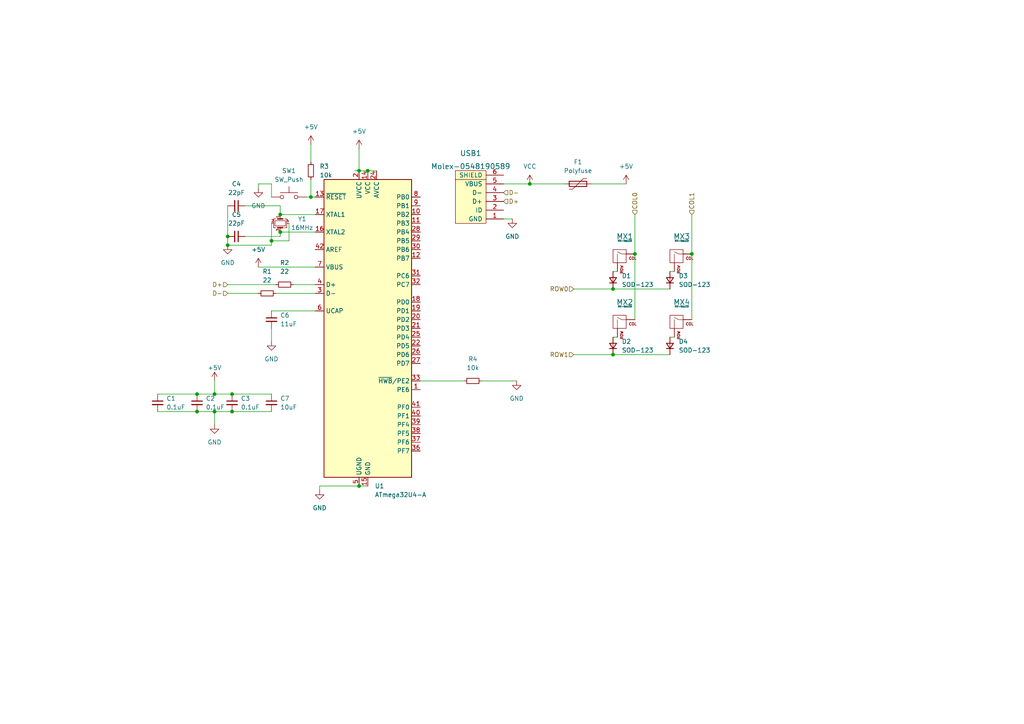
<source format=kicad_sch>
(kicad_sch (version 20211123) (generator eeschema)
  (paper "A4")
  (lib_symbols
    (symbol "Device:C_Small" (pin_numbers hide) (pin_names (offset 0.254) hide)
      (property "Reference" "C" (at 0.254 1.778 0))
      (property "Value" "C_Small" (at 0.254 -2.032 0))
      (symbol "C_Small_0_1"
        (polyline (pts (xy -1.524 -0.508) (xy 1.524 -0.508)) (stroke (width 0.3302)))
        (polyline (pts (xy -1.524 0.508) (xy 1.524 0.508)) (stroke (width 0.3048)))
      )
      (symbol "C_Small_1_1"
        (pin passive line (at 0 2.54 270) (length 2.032) (name "~") (number "1"))
        (pin passive line (at 0 -2.54 90) (length 2.032) (name "~") (number "2"))
      )
    )
    (symbol "Device:Crystal_GND24_Small" (pin_names (offset 1.016) hide)
      (property "Reference" "Y" (at 1.27 4.445 0))
      (property "Value" "Crystal_GND24_Small" (at 1.27 2.54 0))
      (symbol "Crystal_GND24_Small_0_1"
        (rectangle (start -0.762 -1.524) (end 0.762 1.524))
        (polyline (pts (xy -1.27 -0.762) (xy -1.27 0.762)) (stroke (width 0.381)))
        (polyline (pts (xy 1.27 -0.762) (xy 1.27 0.762)) (stroke (width 0.381)))
        (polyline (pts (xy -1.27 -1.27) (xy -1.27 -1.905) (xy 1.27 -1.905) (xy 1.27 -1.27)))
        (polyline (pts (xy -1.27 1.27) (xy -1.27 1.905) (xy 1.27 1.905) (xy 1.27 1.27)))
      )
      (symbol "Crystal_GND24_Small_1_1"
        (pin passive line (at -2.54 0 0) (length 1.27) (name "1") (number "1"))
        (pin passive line (at 0 -2.54 90) (length 0.635) (name "2") (number "2"))
        (pin passive line (at 2.54 0 180) (length 1.27) (name "3") (number "3"))
        (pin passive line (at 0 2.54 270) (length 0.635) (name "4") (number "4"))
      )
    )
    (symbol "Device:D_Small" (pin_numbers hide) (pin_names (offset 0.254) hide)
      (property "Reference" "D" (at -1.27 2.032 0))
      (property "Value" "D_Small" (at -3.81 -2.032 0))
      (symbol "D_Small_0_1"
        (polyline (pts (xy -0.762 -1.016) (xy -0.762 1.016)) (stroke (width 0.254)))
        (polyline (pts (xy -0.762 0) (xy 0.762 0)))
        (polyline (pts (xy 0.762 -1.016) (xy -0.762 0) (xy 0.762 1.016) (xy 0.762 -1.016)) (stroke (width 0.254)))
      )
      (symbol "D_Small_1_1"
        (pin passive line (at -2.54 0 0) (length 1.778) (name "K") (number "1"))
        (pin passive line (at 2.54 0 180) (length 1.778) (name "A") (number "2"))
      )
    )
    (symbol "Device:Polyfuse" (pin_numbers hide) (pin_names (offset 0))
      (property "Reference" "F" (at -2.54 0 90))
      (property "Value" "Polyfuse" (at 2.54 0 90))
      (symbol "Polyfuse_0_1"
        (rectangle (start -0.762 2.54) (end 0.762 -2.54) (stroke (width 0.254)))
        (polyline (pts (xy 0 2.54) (xy 0 -2.54)))
        (polyline (pts (xy -1.524 2.54) (xy -1.524 1.524) (xy 1.524 -1.524) (xy 1.524 -2.54)))
      )
      (symbol "Polyfuse_1_1"
        (pin passive line (at 0 3.81 270) (length 1.27) (name "~") (number "1"))
        (pin passive line (at 0 -3.81 90) (length 1.27) (name "~") (number "2"))
      )
    )
    (symbol "Device:R_Small" (pin_numbers hide) (pin_names (offset 0.254) hide)
      (property "Reference" "R" (at 0.762 0.508 0))
      (property "Value" "R_Small" (at 0.762 -1.016 0))
      (symbol "R_Small_0_1"
        (rectangle (start -0.762 1.778) (end 0.762 -1.778) (stroke (width 0.2032)))
      )
      (symbol "R_Small_1_1"
        (pin passive line (at 0 2.54 270) (length 0.762) (name "~") (number "1"))
        (pin passive line (at 0 -2.54 90) (length 0.762) (name "~") (number "2"))
      )
    )
    (symbol "MCU_Microchip_ATmega:ATmega32U4-A"
      (property "Reference" "U" (at -12.7 44.45 0))
      (property "Value" "ATmega32U4-A" (at 2.54 -44.45 0))
      (symbol "ATmega32U4-A_0_1"
        (rectangle (start -12.7 -43.18) (end 12.7 43.18) (stroke (width 0.254)) (fill (type background)))
      )
      (symbol "ATmega32U4-A_1_1"
        (pin bidirectional line (at 15.24 -17.78 180) (length 2.54) (name "PE6") (number "1"))
        (pin bidirectional line (at 15.24 33.02 180) (length 2.54) (name "PB2") (number "10"))
        (pin bidirectional line (at 15.24 30.48 180) (length 2.54) (name "PB3") (number "11"))
        (pin bidirectional line (at 15.24 20.32 180) (length 2.54) (name "PB7") (number "12"))
        (pin input line (at -15.24 38.1 0) (length 2.54) (name "~{RESET}") (number "13"))
        (pin power_in line (at 0 45.72 270) (length 2.54) (name "VCC") (number "14"))
        (pin power_in line (at 0 -45.72 90) (length 2.54) (name "GND") (number "15"))
        (pin output line (at -15.24 27.94 0) (length 2.54) (name "XTAL2") (number "16"))
        (pin input line (at -15.24 33.02 0) (length 2.54) (name "XTAL1") (number "17"))
        (pin bidirectional line (at 15.24 7.62 180) (length 2.54) (name "PD0") (number "18"))
        (pin bidirectional line (at 15.24 5.08 180) (length 2.54) (name "PD1") (number "19"))
        (pin power_in line (at -2.54 45.72 270) (length 2.54) (name "UVCC") (number "2"))
        (pin bidirectional line (at 15.24 2.54 180) (length 2.54) (name "PD2") (number "20"))
        (pin bidirectional line (at 15.24 0 180) (length 2.54) (name "PD3") (number "21"))
        (pin bidirectional line (at 15.24 -5.08 180) (length 2.54) (name "PD5") (number "22"))
        (pin passive line (at 0 -45.72 90) (length 2.54) hide (name "GND") (number "23"))
        (pin power_in line (at 2.54 45.72 270) (length 2.54) (name "AVCC") (number "24"))
        (pin bidirectional line (at 15.24 -2.54 180) (length 2.54) (name "PD4") (number "25"))
        (pin bidirectional line (at 15.24 -7.62 180) (length 2.54) (name "PD6") (number "26"))
        (pin bidirectional line (at 15.24 -10.16 180) (length 2.54) (name "PD7") (number "27"))
        (pin bidirectional line (at 15.24 27.94 180) (length 2.54) (name "PB4") (number "28"))
        (pin bidirectional line (at 15.24 25.4 180) (length 2.54) (name "PB5") (number "29"))
        (pin bidirectional line (at -15.24 10.16 0) (length 2.54) (name "D-") (number "3"))
        (pin bidirectional line (at 15.24 22.86 180) (length 2.54) (name "PB6") (number "30"))
        (pin bidirectional line (at 15.24 15.24 180) (length 2.54) (name "PC6") (number "31"))
        (pin bidirectional line (at 15.24 12.7 180) (length 2.54) (name "PC7") (number "32"))
        (pin bidirectional line (at 15.24 -15.24 180) (length 2.54) (name "~{HWB}/PE2") (number "33"))
        (pin passive line (at 0 45.72 270) (length 2.54) hide (name "VCC") (number "34"))
        (pin passive line (at 0 -45.72 90) (length 2.54) hide (name "GND") (number "35"))
        (pin bidirectional line (at 15.24 -35.56 180) (length 2.54) (name "PF7") (number "36"))
        (pin bidirectional line (at 15.24 -33.02 180) (length 2.54) (name "PF6") (number "37"))
        (pin bidirectional line (at 15.24 -30.48 180) (length 2.54) (name "PF5") (number "38"))
        (pin bidirectional line (at 15.24 -27.94 180) (length 2.54) (name "PF4") (number "39"))
        (pin bidirectional line (at -15.24 12.7 0) (length 2.54) (name "D+") (number "4"))
        (pin bidirectional line (at 15.24 -25.4 180) (length 2.54) (name "PF1") (number "40"))
        (pin bidirectional line (at 15.24 -22.86 180) (length 2.54) (name "PF0") (number "41"))
        (pin passive line (at -15.24 22.86 0) (length 2.54) (name "AREF") (number "42"))
        (pin passive line (at 0 -45.72 90) (length 2.54) hide (name "GND") (number "43"))
        (pin passive line (at 2.54 45.72 270) (length 2.54) hide (name "AVCC") (number "44"))
        (pin passive line (at -2.54 -45.72 90) (length 2.54) (name "UGND") (number "5"))
        (pin passive line (at -15.24 5.08 0) (length 2.54) (name "UCAP") (number "6"))
        (pin input line (at -15.24 17.78 0) (length 2.54) (name "VBUS") (number "7"))
        (pin bidirectional line (at 15.24 38.1 180) (length 2.54) (name "PB0") (number "8"))
        (pin bidirectional line (at 15.24 35.56 180) (length 2.54) (name "PB1") (number "9"))
      )
    )
    (symbol "MX_Alps_Hybrid:MX-NoLED" (pin_names (offset 1.016))
      (property "Reference" "MX" (at -0.635 3.81 0))
      (property "Value" "MX-NoLED" (at -0.635 1.27 0))
      (symbol "MX-NoLED_0_0"
        (rectangle (start -2.54 2.54) (end 1.27 -1.27))
        (polyline (pts (xy -1.27 -1.27) (xy -1.27 1.27)) (stroke (width 0.127)))
        (polyline (pts (xy 1.27 1.27) (xy 0 1.27) (xy -1.27 1.905)) (stroke (width 0.127)))
        (text "COL" (at 3.175 0 0) (effects (font (size 0.762 0.762))))
        (text "ROW" (at 0 -1.905 900) (effects (font (size 0.762 0.762)) (justify right)))
      )
      (symbol "MX-NoLED_1_1"
        (pin passive line (at 3.81 1.27 180) (length 2.54) (name "COL") (number "1"))
        (pin passive line (at -1.27 -3.81 90) (length 2.54) (name "ROW") (number "2"))
      )
    )
    (symbol "Switch:SW_Push" (pin_numbers hide) (pin_names (offset 1.016) hide)
      (property "Reference" "SW" (at 1.27 2.54 0))
      (property "Value" "SW_Push" (at 0 -1.524 0))
      (symbol "SW_Push_0_1"
        (circle (center -2.032 0) (radius 0.508))
        (polyline (pts (xy 0 1.27) (xy 0 3.048)))
        (polyline (pts (xy 2.54 1.27) (xy -2.54 1.27)))
        (circle (center 2.032 0) (radius 0.508))
        (pin passive line (at -5.08 0 0) (length 2.54) (name "1") (number "1"))
        (pin passive line (at 5.08 0 180) (length 2.54) (name "2") (number "2"))
      )
    )
    (symbol "power:+5V" (power) (pin_names (offset 0))
      (property "Value" "+5V" (at 0 3.556 0))
      (symbol "+5V_0_1"
        (polyline (pts (xy -0.762 1.27) (xy 0 2.54)))
        (polyline (pts (xy 0 0) (xy 0 2.54)))
        (polyline (pts (xy 0 2.54) (xy 0.762 1.27)))
      )
      (symbol "+5V_1_1"
        (pin power_in line (at 0 0 90) (length 0) hide (name "+5V") (number "1"))
      )
    )
    (symbol "power:GND" (power) (pin_names (offset 0))
      (property "Value" "GND" (at 0 -3.81 0))
      (symbol "GND_0_1"
        (polyline (pts (xy 0 0) (xy 0 -1.27) (xy 1.27 -1.27) (xy 0 -2.54) (xy -1.27 -1.27) (xy 0 -1.27)))
      )
      (symbol "GND_1_1"
        (pin power_in line (at 0 0 270) (length 0) hide (name "GND") (number "1"))
      )
    )
    (symbol "power:VCC" (power) (pin_names (offset 0))
      (property "Value" "VCC" (at 0 3.81 0))
      (symbol "VCC_0_1"
        (polyline (pts (xy -0.762 1.27) (xy 0 2.54)))
        (polyline (pts (xy 0 0) (xy 0 2.54)))
        (polyline (pts (xy 0 2.54) (xy 0.762 1.27)))
      )
      (symbol "VCC_1_1"
        (pin power_in line (at 0 0 90) (length 0) hide (name "VCC") (number "1"))
      )
    )
    (symbol "random-keyboard-parts:Molex-0548190589" (pin_names (offset 1.016))
      (property "Reference" "USB" (at 0 7.62 0))
      (property "Value" "Molex-0548190589" (at 0 10.16 0))
      (symbol "Molex-0548190589_0_0"
        (polyline (pts (xy 6.35 -2.54) (xy 6.35 6.35)))
        (rectangle (start 8.89 -2.54) (end -6.35 6.35) (fill (type background)))
      )
      (symbol "Molex-0548190589_1_1"
        (pin input line (at -5.08 -7.62 90) (length 5.08) (name "GND") (number "1"))
        (pin input line (at -2.54 -7.62 90) (length 5.08) (name "ID") (number "2"))
        (pin input line (at 0 -7.62 90) (length 5.08) (name "D+") (number "3"))
        (pin input line (at 2.54 -7.62 90) (length 5.08) (name "D-") (number "4"))
        (pin input line (at 5.08 -7.62 90) (length 5.08) (name "VBUS") (number "5"))
        (pin input line (at 7.62 -7.62 90) (length 5.08) (name "SHIELD") (number "6"))
      )
    )
  )
  (junction (at 81.28 62.23))
  (junction (at 81.28 67.31))
  (junction (at 184.15 73.66))
  (junction (at 104.14 49.53))
  (junction (at 62.23 119.38))
  (junction (at 62.23 114.3))
  (junction (at 67.31 119.38))
  (junction (at 57.15 119.38))
  (junction (at 177.8 83.82))
  (junction (at 66.04 68.58))
  (junction (at 106.68 49.53))
  (junction (at 67.31 114.3))
  (junction (at 104.14 140.97))
  (junction (at 78.74 69.85))
  (junction (at 200.66 73.66))
  (junction (at 57.15 114.3))
  (junction (at 66.04 71.12))
  (junction (at 90.17 57.15))
  (junction (at 153.67 53.34))
  (junction (at 177.8 102.87))
  (wire (pts (xy 104.14 43.18) (xy 104.14 49.53)))
  (wire (pts (xy 146.05 53.34) (xy 153.67 53.34)))
  (wire (pts (xy 106.68 49.53) (xy 109.22 49.53)))
  (wire (pts (xy 66.04 68.58) (xy 66.04 71.12)))
  (wire (pts (xy 194.31 78.74) (xy 195.58 78.74)))
  (wire (pts (xy 104.14 140.97) (xy 92.71 140.97)))
  (wire (pts (xy 45.72 119.38) (xy 57.15 119.38)))
  (wire (pts (xy 200.66 73.66) (xy 200.66 92.71)))
  (wire (pts (xy 171.45 53.34) (xy 181.61 53.34)))
  (wire (pts (xy 90.17 52.07) (xy 90.17 57.15)))
  (wire (pts (xy 83.82 64.77) (xy 83.82 69.85)))
  (wire (pts (xy 81.28 59.69) (xy 81.28 62.23)))
  (wire (pts (xy 177.8 97.79) (xy 179.07 97.79)))
  (wire (pts (xy 57.15 119.38) (xy 62.23 119.38)))
  (wire (pts (xy 66.04 59.69) (xy 66.04 68.58)))
  (wire (pts (xy 166.37 102.87) (xy 177.8 102.87)))
  (wire (pts (xy 102.87 49.53) (xy 104.14 49.53)))
  (wire (pts (xy 62.23 119.38) (xy 67.31 119.38)))
  (wire (pts (xy 78.74 64.77) (xy 78.74 69.85)))
  (wire (pts (xy 78.74 71.12) (xy 66.04 71.12)))
  (wire (pts (xy 81.28 68.58) (xy 81.28 67.31)))
  (wire (pts (xy 62.23 110.49) (xy 62.23 114.3)))
  (wire (pts (xy 194.31 97.79) (xy 195.58 97.79)))
  (wire (pts (xy 177.8 83.82) (xy 194.31 83.82)))
  (wire (pts (xy 200.66 62.23) (xy 200.66 73.66)))
  (wire (pts (xy 78.74 69.85) (xy 78.74 71.12)))
  (wire (pts (xy 67.31 119.38) (xy 78.74 119.38)))
  (wire (pts (xy 67.31 114.3) (xy 78.74 114.3)))
  (wire (pts (xy 92.71 140.97) (xy 92.71 142.24)))
  (wire (pts (xy 66.04 85.09) (xy 74.93 85.09)))
  (wire (pts (xy 78.74 53.34) (xy 74.93 53.34)))
  (wire (pts (xy 66.04 82.55) (xy 80.01 82.55)))
  (wire (pts (xy 78.74 90.17) (xy 91.44 90.17)))
  (wire (pts (xy 74.93 77.47) (xy 91.44 77.47)))
  (wire (pts (xy 184.15 62.23) (xy 184.15 73.66)))
  (wire (pts (xy 62.23 119.38) (xy 62.23 123.19)))
  (wire (pts (xy 139.7 110.49) (xy 149.86 110.49)))
  (wire (pts (xy 85.09 82.55) (xy 91.44 82.55)))
  (wire (pts (xy 104.14 140.97) (xy 106.68 140.97)))
  (wire (pts (xy 80.01 85.09) (xy 91.44 85.09)))
  (wire (pts (xy 121.92 110.49) (xy 134.62 110.49)))
  (wire (pts (xy 71.12 59.69) (xy 81.28 59.69)))
  (wire (pts (xy 78.74 95.25) (xy 78.74 99.06)))
  (wire (pts (xy 104.14 49.53) (xy 106.68 49.53)))
  (wire (pts (xy 83.82 69.85) (xy 78.74 69.85)))
  (wire (pts (xy 177.8 78.74) (xy 179.07 78.74)))
  (wire (pts (xy 146.05 63.5) (xy 148.59 63.5)))
  (wire (pts (xy 90.17 57.15) (xy 91.44 57.15)))
  (wire (pts (xy 74.93 53.34) (xy 74.93 54.61)))
  (wire (pts (xy 90.17 41.91) (xy 90.17 46.99)))
  (wire (pts (xy 45.72 114.3) (xy 57.15 114.3)))
  (wire (pts (xy 166.37 83.82) (xy 177.8 83.82)))
  (wire (pts (xy 81.28 62.23) (xy 91.44 62.23)))
  (wire (pts (xy 71.12 68.58) (xy 81.28 68.58)))
  (wire (pts (xy 81.28 67.31) (xy 91.44 67.31)))
  (wire (pts (xy 88.9 57.15) (xy 90.17 57.15)))
  (wire (pts (xy 57.15 114.3) (xy 62.23 114.3)))
  (wire (pts (xy 78.74 57.15) (xy 78.74 53.34)))
  (wire (pts (xy 153.67 53.34) (xy 163.83 53.34)))
  (wire (pts (xy 177.8 102.87) (xy 194.31 102.87)))
  (wire (pts (xy 184.15 73.66) (xy 184.15 92.71)))
  (wire (pts (xy 62.23 114.3) (xy 67.31 114.3)))
  (hierarchical_label "ROW0" (shape input) (at 166.37 83.82 180))
  (hierarchical_label "D+" (shape input) (at 146.05 58.42 0))
  (hierarchical_label "D-" (shape input) (at 146.05 55.88 0))
  (hierarchical_label "D+" (shape input) (at 66.04 82.55 180))
  (hierarchical_label "COL0" (shape input) (at 184.15 62.23 90))
  (hierarchical_label "ROW1" (shape input) (at 166.37 102.87 180))
  (hierarchical_label "COL1" (shape input) (at 200.66 62.23 90))
  (hierarchical_label "D-" (shape input) (at 66.04 85.09 180))
  (symbol (lib_id "Device:D_Small") (at 194.31 81.28 90) (unit 1)
    (property "Reference" "D3" (at 196.85 80.0099 90) (effects (justify right)))
    (property "Value" "SOD-123" (at 196.85 82.5499 90) (effects (justify right)))
    (property "Footprint" "Diode_SMD:D_SOD-123" (effects hide))
  )
  (symbol (lib_id "Device:R_Small") (at 82.55 82.55 90) (unit 1)
    (property "Reference" "R2" (at 82.55 76.2 90))
    (property "Value" "22" (at 82.55 78.74 90))
    (property "Footprint" "Resistor_SMD:R_0805_2012Metric" (effects hide))
  )
  (symbol (lib_id "power:GND") (at 74.93 54.61 0) (unit 1)
    (property "Reference" "#PWR0103" (effects hide))
    (property "Value" "GND" (at 74.93 59.69 0))
  )
  (symbol (lib_id "Device:Crystal_GND24_Small") (at 81.28 64.77 270) (unit 1)
    (property "Reference" "Y1" (at 87.63 63.5 90))
    (property "Value" "16MHz" (at 87.63 66.04 90))
    (property "Footprint" "Crystal:Crystal_SMD_3225-4Pin_3.2x2.5mm" (effects hide))
  )
  (symbol (lib_id "Switch:SW_Push") (at 83.82 57.15 0) (unit 1)
    (property "Reference" "SW1" (at 83.82 49.53 0))
    (property "Value" "SW_Push" (at 83.82 52.07 0))
    (property "Footprint" "random-keyboard-parts:SKQG-1155865" (effects hide))
  )
  (symbol (lib_id "power:GND") (at 78.74 99.06 0) (unit 1)
    (property "Reference" "#PWR0104" (effects hide))
    (property "Value" "GND" (at 78.74 104.14 0))
  )
  (symbol (lib_id "power:GND") (at 66.04 71.12 0) (unit 1)
    (property "Reference" "#PWR0107" (effects hide))
    (property "Value" "GND" (at 66.04 76.2 0))
  )
  (symbol (lib_id "Device:C_Small") (at 68.58 59.69 270) (unit 1)
    (property "Reference" "C4" (at 68.5736 53.34 90))
    (property "Value" "22pF" (at 68.5736 55.88 90))
    (property "Footprint" "Capacitor_SMD:C_0805_2012Metric" (effects hide))
  )
  (symbol (lib_id "power:VCC") (at 153.67 53.34 0) (unit 1)
    (property "Reference" "#PWR0113" (effects hide))
    (property "Value" "VCC" (at 153.67 48.26 0))
  )
  (symbol (lib_id "power:+5V") (at 90.17 41.91 0) (unit 1)
    (property "Reference" "#PWR0102" (effects hide))
    (property "Value" "+5V" (at 90.17 36.83 0))
  )
  (symbol (lib_id "Device:C_Small") (at 67.31 116.84 0) (unit 1)
    (property "Reference" "C3" (at 69.85 115.5762 0) (effects (justify left)))
    (property "Value" "0.1uF" (at 69.85 118.1162 0) (effects (justify left)))
    (property "Footprint" "Capacitor_SMD:C_0805_2012Metric" (effects hide))
  )
  (symbol (lib_id "power:+5V") (at 62.23 110.49 0) (unit 1)
    (property "Reference" "#PWR0105" (effects hide))
    (property "Value" "+5V" (at 62.23 106.68 0))
  )
  (symbol (lib_id "power:GND") (at 92.71 142.24 0) (unit 1)
    (property "Reference" "#PWR0109" (effects hide))
    (property "Value" "GND" (at 92.71 147.32 0))
  )
  (symbol (lib_id "MX_Alps_Hybrid:MX-NoLED") (at 180.34 74.93 0) (unit 1)
    (property "Reference" "MX1" (at 181.2256 68.58 0) (effects (font (size 1.524 1.524))))
    (property "Value" "MX-NoLED" (at 181.2256 69.85 0) (effects (font (size 0.508 0.508))))
    (property "Footprint" "MX_Alps_Hybrid:MX-1U-NoLED" (effects hide))
  )
  (symbol (lib_id "power:GND") (at 62.23 123.19 0) (unit 1)
    (property "Reference" "#PWR0110" (effects hide))
    (property "Value" "GND" (at 62.23 128.27 0))
  )
  (symbol (lib_id "MX_Alps_Hybrid:MX-NoLED") (at 196.85 74.93 0) (unit 1)
    (property "Reference" "MX3" (at 197.7356 68.58 0) (effects (font (size 1.524 1.524))))
    (property "Value" "MX-NoLED" (at 197.7356 69.85 0) (effects (font (size 0.508 0.508))))
    (property "Footprint" "MX_Alps_Hybrid:MX-1U-NoLED" (effects hide))
  )
  (symbol (lib_id "power:+5V") (at 181.61 53.34 0) (unit 1)
    (property "Reference" "#PWR0112" (effects hide))
    (property "Value" "+5V" (at 181.61 48.26 0))
  )
  (symbol (lib_id "Device:D_Small") (at 177.8 81.28 90) (unit 1)
    (property "Reference" "D1" (at 180.34 80.0099 90) (effects (justify right)))
    (property "Value" "SOD-123" (at 180.34 82.5499 90) (effects (justify right)))
    (property "Footprint" "Diode_SMD:D_SOD-123" (effects hide))
  )
  (symbol (lib_id "Device:C_Small") (at 57.15 116.84 0) (unit 1)
    (property "Reference" "C2" (at 59.69 115.5762 0) (effects (justify left)))
    (property "Value" "0.1uF" (at 59.69 118.1162 0) (effects (justify left)))
    (property "Footprint" "Capacitor_SMD:C_0805_2012Metric" (effects hide))
  )
  (symbol (lib_id "power:GND") (at 148.59 63.5 0) (unit 1)
    (property "Reference" "#PWR0111" (effects hide))
    (property "Value" "GND" (at 148.59 68.58 0))
  )
  (symbol (lib_id "Device:C_Small") (at 78.74 92.71 0) (unit 1)
    (property "Reference" "C6" (at 81.28 91.4462 0) (effects (justify left)))
    (property "Value" "11uF" (at 81.28 93.9862 0) (effects (justify left)))
    (property "Footprint" "Capacitor_SMD:C_0805_2012Metric" (effects hide))
  )
  (symbol (lib_id "power:+5V") (at 104.14 43.18 0) (unit 1)
    (property "Reference" "#PWR0101" (effects hide))
    (property "Value" "+5V" (at 104.14 38.1 0))
  )
  (symbol (lib_id "Device:R_Small") (at 90.17 49.53 0) (unit 1)
    (property "Reference" "R3" (at 92.71 48.2599 0) (effects (justify left)))
    (property "Value" "10k" (at 92.71 50.7999 0) (effects (justify left)))
    (property "Footprint" "Resistor_SMD:R_0805_2012Metric" (effects hide))
  )
  (symbol (lib_id "Device:R_Small") (at 77.47 85.09 90) (unit 1)
    (property "Reference" "R1" (at 77.47 78.74 90))
    (property "Value" "22" (at 77.47 81.28 90))
    (property "Footprint" "Resistor_SMD:R_0805_2012Metric" (effects hide))
  )
  (symbol (lib_id "MX_Alps_Hybrid:MX-NoLED") (at 196.85 93.98 0) (unit 1)
    (property "Reference" "MX4" (at 197.7356 87.63 0) (effects (font (size 1.524 1.524))))
    (property "Value" "MX-NoLED" (at 197.7356 88.9 0) (effects (font (size 0.508 0.508))))
    (property "Footprint" "MX_Alps_Hybrid:MX-1U-NoLED" (effects hide))
  )
  (symbol (lib_id "Device:C_Small") (at 68.58 68.58 270) (unit 1)
    (property "Reference" "C5" (at 68.5736 62.23 90))
    (property "Value" "22pF" (at 68.5736 64.77 90))
    (property "Footprint" "Capacitor_SMD:C_0805_2012Metric" (effects hide))
  )
  (symbol (lib_id "Device:D_Small") (at 177.8 100.33 90) (unit 1)
    (property "Reference" "D2" (at 180.34 99.0599 90) (effects (justify right)))
    (property "Value" "SOD-123" (at 180.34 101.5999 90) (effects (justify right)))
    (property "Footprint" "Diode_SMD:D_SOD-123" (effects hide))
  )
  (symbol (lib_id "random-keyboard-parts:Molex-0548190589") (at 138.43 58.42 90) (unit 1)
    (property "Reference" "USB1" (at 136.525 44.45 90) (effects (font (size 1.524 1.524))))
    (property "Value" "Molex-0548190589" (at 136.525 48.26 90) (effects (font (size 1.524 1.524))))
    (property "Footprint" "random-keyboard-parts:Molex-0548190589" (effects hide))
  )
  (symbol (lib_id "MX_Alps_Hybrid:MX-NoLED") (at 180.34 93.98 0) (unit 1)
    (property "Reference" "MX2" (at 181.2256 87.63 0) (effects (font (size 1.524 1.524))))
    (property "Value" "MX-NoLED" (at 181.2256 88.9 0) (effects (font (size 0.508 0.508))))
    (property "Footprint" "MX_Alps_Hybrid:MX-1U-NoLED" (effects hide))
  )
  (symbol (lib_id "Device:D_Small") (at 194.31 100.33 90) (unit 1)
    (property "Reference" "D4" (at 196.85 99.0599 90) (effects (justify right)))
    (property "Value" "SOD-123" (at 196.85 101.5999 90) (effects (justify right)))
    (property "Footprint" "Diode_SMD:D_SOD-123" (effects hide))
  )
  (symbol (lib_id "MCU_Microchip_ATmega:ATmega32U4-A") (at 106.68 95.25 0) (unit 1)
    (property "Reference" "U1" (at 108.6994 140.97 0) (effects (justify left)))
    (property "Value" "ATmega32U4-A" (at 108.6994 143.51 0) (effects (justify left)))
    (property "Footprint" "Package_QFP:TQFP-44_10x10mm_P0.8mm" (effects hide))
    (property "Datasheet" "http://ww1.microchip.com/downloads/en/DeviceDoc/Atmel-7766-8-bit-AVR-ATmega16U4-32U4_Datasheet.pdf" (effects hide))
  )
  (symbol (lib_id "Device:C_Small") (at 78.74 116.84 0) (unit 1)
    (property "Reference" "C7" (at 81.28 115.5762 0) (effects (justify left)))
    (property "Value" "10uF" (at 81.28 118.1162 0) (effects (justify left)))
    (property "Footprint" "Capacitor_SMD:C_0805_2012Metric" (effects hide))
  )
  (symbol (lib_id "Device:C_Small") (at 45.72 116.84 0) (unit 1)
    (property "Reference" "C1" (at 48.26 115.5762 0) (effects (justify left)))
    (property "Value" "0.1uF" (at 48.26 118.1162 0) (effects (justify left)))
    (property "Footprint" "Capacitor_SMD:C_0805_2012Metric" (effects hide))
  )
  (symbol (lib_id "Device:Polyfuse") (at 167.64 53.34 90) (unit 1)
    (property "Reference" "F1" (at 167.64 46.99 90))
    (property "Value" "Polyfuse" (at 167.64 49.53 90))
    (property "Footprint" "Fuse:Fuse_1206_3216Metric" (effects hide))
  )
  (symbol (lib_id "power:GND") (at 149.86 110.49 0) (unit 1)
    (property "Reference" "#PWR0108" (effects hide))
    (property "Value" "GND" (at 149.86 115.57 0))
  )
  (symbol (lib_id "Device:R_Small") (at 137.16 110.49 90) (unit 1)
    (property "Reference" "R4" (at 137.16 104.14 90))
    (property "Value" "10k" (at 137.16 106.68 90))
    (property "Footprint" "Resistor_SMD:R_0805_2012Metric" (effects hide))
  )
  (symbol (lib_id "power:+5V") (at 74.93 77.47 0) (unit 1)
    (property "Reference" "#PWR0106" (effects hide))
    (property "Value" "+5V" (at 74.93 72.39 0))
  )
)
</source>
